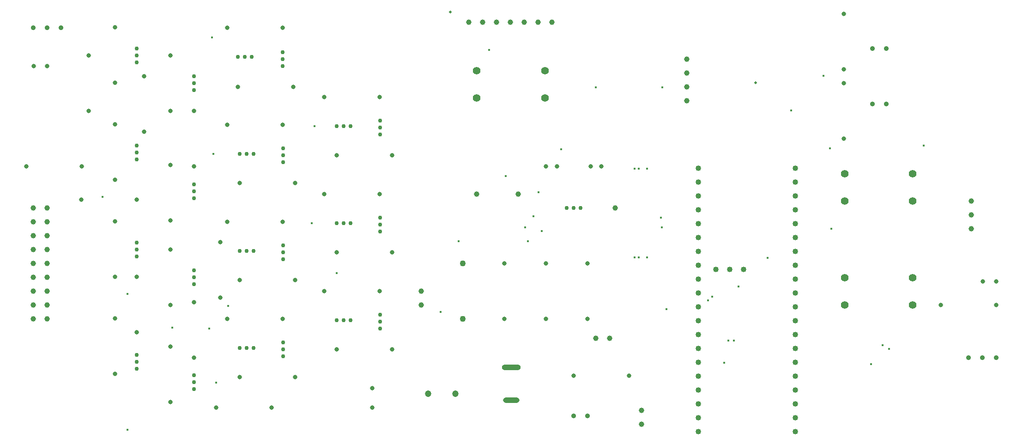
<source format=gbr>
%TF.GenerationSoftware,KiCad,Pcbnew,7.0.2*%
%TF.CreationDate,2023-07-21T23:11:28-07:00*%
%TF.ProjectId,Score-Board,53636f72-652d-4426-9f61-72642e6b6963,1*%
%TF.SameCoordinates,Original*%
%TF.FileFunction,Plated,1,2,PTH,Mixed*%
%TF.FilePolarity,Positive*%
%FSLAX46Y46*%
G04 Gerber Fmt 4.6, Leading zero omitted, Abs format (unit mm)*
G04 Created by KiCad (PCBNEW 7.0.2) date 2023-07-21 23:11:28*
%MOMM*%
%LPD*%
G01*
G04 APERTURE LIST*
%TA.AperFunction,ViaDrill*%
%ADD10C,0.381000*%
%TD*%
%TA.AperFunction,ViaDrill*%
%ADD11C,0.508000*%
%TD*%
%TA.AperFunction,ComponentDrill*%
%ADD12C,0.750000*%
%TD*%
%TA.AperFunction,ComponentDrill*%
%ADD13C,0.800000*%
%TD*%
%TA.AperFunction,ComponentDrill*%
%ADD14C,0.900000*%
%TD*%
%TA.AperFunction,ComponentDrill*%
%ADD15C,1.000000*%
%TD*%
G04 aperture for slot hole*
%TA.AperFunction,ComponentDrill*%
%ADD16O,3.500000X1.000000*%
%TD*%
G04 aperture for slot hole*
%TA.AperFunction,ComponentDrill*%
%ADD17O,3.000000X1.000000*%
%TD*%
%TA.AperFunction,ComponentDrill*%
%ADD18C,1.020000*%
%TD*%
%TA.AperFunction,ComponentDrill*%
%ADD19C,1.100000*%
%TD*%
%TA.AperFunction,ComponentDrill*%
%ADD20C,1.200000*%
%TD*%
%TA.AperFunction,ComponentDrill*%
%ADD21C,1.400000*%
%TD*%
G04 APERTURE END LIST*
D10*
X57060000Y-78018000D03*
X61632000Y-95798000D03*
X61632000Y-120690000D03*
X69792284Y-101958000D03*
X76618000Y-102148000D03*
X77126000Y-48808000D03*
X77380000Y-70144000D03*
X77888000Y-112054000D03*
X80047000Y-97957000D03*
X95414000Y-82844000D03*
X95922000Y-65064000D03*
X99986000Y-91988000D03*
X119036000Y-99100000D03*
X122338000Y-86146000D03*
X127926000Y-51094000D03*
X130974000Y-74208000D03*
X134530000Y-83606000D03*
X135038000Y-86146000D03*
X136054000Y-81574000D03*
X136943000Y-77129000D03*
X137578000Y-84291800D03*
X141134000Y-69255000D03*
X147484000Y-57952000D03*
X154596000Y-72811000D03*
X154596000Y-89067000D03*
X155358000Y-72811000D03*
X155358000Y-89067000D03*
X156882000Y-72811000D03*
X156882000Y-89067000D03*
X159422000Y-81828000D03*
X159549000Y-83606000D03*
X159676000Y-57952000D03*
X160438000Y-98592000D03*
X168058000Y-96941000D03*
X168820000Y-96306000D03*
X170979000Y-108371000D03*
X171741000Y-104307000D03*
X172793000Y-104343000D03*
X173646000Y-94401000D03*
X178980000Y-89194000D03*
X183298000Y-62162501D03*
X189203500Y-55856500D03*
X190410000Y-69128000D03*
X190601000Y-83860000D03*
X197890000Y-108625000D03*
X200062000Y-105196000D03*
X201190001Y-105831000D03*
X207555000Y-68620000D03*
D11*
X120814000Y-44109000D03*
X176713500Y-57082500D03*
D12*
%TO.C,Q15*%
X63304000Y-50847000D03*
X63304000Y-52117000D03*
X63304000Y-53387000D03*
%TO.C,Q17*%
X63304000Y-68627000D03*
X63304000Y-69897000D03*
X63304000Y-71167000D03*
%TO.C,Q19*%
X63304000Y-86407000D03*
X63304000Y-87677000D03*
X63304000Y-88947000D03*
%TO.C,Q21*%
X63304000Y-106974000D03*
X63304000Y-108244000D03*
X63304000Y-109514000D03*
%TO.C,Q16*%
X73824000Y-55920000D03*
X73824000Y-57190000D03*
X73824000Y-58460000D03*
%TO.C,Q18*%
X73824000Y-75732000D03*
X73824000Y-77002000D03*
X73824000Y-78272000D03*
%TO.C,Q20*%
X73824000Y-91480000D03*
X73824000Y-92750000D03*
X73824000Y-94020000D03*
%TO.C,Q22*%
X73824000Y-110657000D03*
X73824000Y-111927000D03*
X73824000Y-113197000D03*
%TO.C,Q8*%
X81825000Y-52385000D03*
%TO.C,Q10*%
X82206000Y-70158000D03*
%TO.C,Q12*%
X82206000Y-87938000D03*
%TO.C,Q14*%
X82206000Y-105718000D03*
%TO.C,Q8*%
X83095000Y-52385000D03*
%TO.C,Q10*%
X83476000Y-70158000D03*
%TO.C,Q12*%
X83476000Y-87938000D03*
%TO.C,Q14*%
X83476000Y-105718000D03*
%TO.C,Q8*%
X84365000Y-52385000D03*
%TO.C,Q10*%
X84746000Y-70158000D03*
%TO.C,Q12*%
X84746000Y-87938000D03*
%TO.C,Q14*%
X84746000Y-105718000D03*
%TO.C,Q1*%
X90080000Y-51475000D03*
X90080000Y-52745000D03*
X90080000Y-54015000D03*
%TO.C,Q3*%
X90101000Y-69128000D03*
X90101000Y-70398000D03*
X90101000Y-71668000D03*
%TO.C,Q5*%
X90101000Y-86908000D03*
X90101000Y-88178000D03*
X90101000Y-89448000D03*
%TO.C,Q7*%
X90101000Y-104688000D03*
X90101000Y-105958000D03*
X90101000Y-107228000D03*
%TO.C,Q9*%
X99986000Y-65078000D03*
%TO.C,Q11*%
X99986000Y-82858000D03*
%TO.C,Q13*%
X99986000Y-100638000D03*
%TO.C,Q9*%
X101256000Y-65078000D03*
%TO.C,Q11*%
X101256000Y-82858000D03*
%TO.C,Q13*%
X101256000Y-100638000D03*
%TO.C,Q9*%
X102526000Y-65078000D03*
%TO.C,Q11*%
X102526000Y-82858000D03*
%TO.C,Q13*%
X102526000Y-100638000D03*
%TO.C,Q2*%
X107881000Y-64048000D03*
X107881000Y-65318000D03*
X107881000Y-66588000D03*
%TO.C,Q4*%
X107881000Y-81828000D03*
X107881000Y-83098000D03*
X107881000Y-84368000D03*
%TO.C,Q6*%
X107881000Y-99608000D03*
X107881000Y-100878000D03*
X107881000Y-102148000D03*
%TO.C,U5*%
X142150000Y-80050000D03*
X143420000Y-80050000D03*
X144690000Y-80050000D03*
D13*
%TO.C,R22*%
X43090000Y-72430000D03*
%TO.C,C5*%
X44400000Y-54015000D03*
X46900000Y-54015000D03*
%TO.C,R23*%
X53123000Y-78526000D03*
%TO.C,R22*%
X53250000Y-72430000D03*
%TO.C,R2*%
X54520000Y-52110000D03*
X54520000Y-62270000D03*
%TO.C,R20*%
X59346000Y-46910000D03*
X59346000Y-57070000D03*
%TO.C,R34*%
X59346000Y-64690000D03*
X59346000Y-74850000D03*
%TO.C,R40*%
X59346000Y-82470000D03*
X59346000Y-92630000D03*
%TO.C,R42*%
X59346000Y-100250000D03*
X59346000Y-110410000D03*
%TO.C,R23*%
X63283000Y-78526000D03*
%TO.C,R25*%
X63283000Y-92623000D03*
X63283000Y-102783000D03*
%TO.C,R21*%
X64680000Y-55920000D03*
X64680000Y-66080000D03*
%TO.C,R33*%
X69506000Y-52110000D03*
X69506000Y-62270000D03*
%TO.C,R39*%
X69506000Y-72176000D03*
X69506000Y-82336000D03*
%TO.C,R41*%
X69506000Y-87670000D03*
X69506000Y-97830000D03*
%TO.C,R43*%
X69506000Y-105450000D03*
X69506000Y-115610000D03*
%TO.C,R24*%
X73824000Y-62270000D03*
X73824000Y-72430000D03*
%TO.C,R28*%
X73824000Y-97322000D03*
X73824000Y-107482000D03*
%TO.C,R27*%
X77888000Y-116626000D03*
%TO.C,R26*%
X78650000Y-86273000D03*
X78650000Y-96433000D03*
%TO.C,R7*%
X79920000Y-47030000D03*
%TO.C,R11*%
X79920000Y-64810000D03*
%TO.C,R15*%
X79920000Y-82590000D03*
%TO.C,R19*%
X79920000Y-100370000D03*
%TO.C,R6*%
X81825000Y-57825000D03*
%TO.C,R10*%
X82206000Y-75478000D03*
%TO.C,R14*%
X82206000Y-93258000D03*
%TO.C,R18*%
X82206000Y-111038000D03*
%TO.C,R27*%
X88048000Y-116626000D03*
%TO.C,R7*%
X90080000Y-47030000D03*
%TO.C,R11*%
X90080000Y-64810000D03*
%TO.C,R15*%
X90080000Y-82590000D03*
%TO.C,R19*%
X90080000Y-100370000D03*
%TO.C,R6*%
X91985000Y-57825000D03*
%TO.C,R10*%
X92366000Y-75478000D03*
%TO.C,R14*%
X92366000Y-93258000D03*
%TO.C,R18*%
X92366000Y-111038000D03*
%TO.C,R9*%
X97700000Y-59730000D03*
%TO.C,R13*%
X97700000Y-77510000D03*
%TO.C,R17*%
X97700000Y-95290000D03*
%TO.C,R8*%
X99986000Y-70398000D03*
%TO.C,R12*%
X99986000Y-88178000D03*
%TO.C,R16*%
X99986000Y-105958000D03*
%TO.C,C1*%
X106500000Y-113070000D03*
X106500000Y-116570000D03*
%TO.C,R9*%
X107860000Y-59730000D03*
%TO.C,R13*%
X107860000Y-77510000D03*
%TO.C,R17*%
X107860000Y-95290000D03*
%TO.C,R8*%
X110146000Y-70398000D03*
%TO.C,R12*%
X110146000Y-88178000D03*
%TO.C,R16*%
X110146000Y-105958000D03*
%TO.C,D3*%
X130720000Y-90210000D03*
X130720000Y-100370000D03*
%TO.C,C2*%
X138340000Y-72430000D03*
%TO.C,D2*%
X138340000Y-90210000D03*
X138340000Y-100370000D03*
%TO.C,C2*%
X140340000Y-72430000D03*
%TO.C,R5*%
X143420000Y-110784000D03*
%TO.C,D4*%
X145960000Y-90210000D03*
X145960000Y-100370000D03*
%TO.C,C3*%
X146500000Y-72430000D03*
X148500000Y-72430000D03*
%TO.C,R5*%
X153580000Y-110784000D03*
%TO.C,R3*%
X192950000Y-44490000D03*
X192950000Y-54650000D03*
%TO.C,R4*%
X192950000Y-57190000D03*
X192950000Y-67350000D03*
%TO.C,R1*%
X210730000Y-97830000D03*
%TO.C,C4*%
X218390000Y-93512000D03*
X220890000Y-93512000D03*
%TO.C,R1*%
X220890000Y-97830000D03*
D14*
%TO.C,IR2*%
X44360000Y-47030000D03*
X46900000Y-47030000D03*
X49440000Y-47030000D03*
%TO.C,LED1*%
X143420000Y-118150000D03*
X145960000Y-118150000D03*
%TO.C,LED2*%
X198137500Y-50840000D03*
%TO.C,LED3*%
X198137500Y-61000000D03*
%TO.C,LED2*%
X200677500Y-50840000D03*
%TO.C,LED3*%
X200677500Y-61000000D03*
%TO.C,IR1*%
X215810000Y-107473000D03*
X218350000Y-107473000D03*
X220890000Y-107473000D03*
D15*
%TO.C,Conn1*%
X44360000Y-80050000D03*
X44360000Y-82590000D03*
X44360000Y-85130000D03*
X44360000Y-87670000D03*
X44360000Y-90210000D03*
X44360000Y-92750000D03*
X44360000Y-95290000D03*
X44360000Y-97830000D03*
X44360000Y-100370000D03*
X46900000Y-80050000D03*
X46900000Y-82590000D03*
X46900000Y-85130000D03*
X46900000Y-87670000D03*
X46900000Y-90210000D03*
X46900000Y-92750000D03*
X46900000Y-95290000D03*
X46900000Y-97830000D03*
X46900000Y-100370000D03*
%TO.C,J7*%
X115480000Y-95290000D03*
X115480000Y-97830000D03*
%TO.C,J3*%
X124137237Y-45984919D03*
%TO.C,BZ1*%
X125640000Y-77510000D03*
%TO.C,J3*%
X126677237Y-45984919D03*
X129217237Y-45984919D03*
X131757237Y-45984919D03*
D16*
%TO.C,J1*%
X131990000Y-109265200D03*
D17*
X131990000Y-115265200D03*
D15*
%TO.C,BZ1*%
X133240000Y-77510000D03*
%TO.C,J3*%
X134297237Y-45984919D03*
X136837237Y-45984919D03*
X139377237Y-45984919D03*
%TO.C,J6*%
X147484000Y-103926000D03*
X150024000Y-103926000D03*
%TO.C,TP1*%
X151040000Y-80050000D03*
%TO.C,J8*%
X155866000Y-117134000D03*
X155866000Y-119674000D03*
%TO.C,J5*%
X164121000Y-52755000D03*
X164121000Y-55295000D03*
X164121000Y-57835000D03*
X164121000Y-60375000D03*
%TO.C,J4*%
X216318000Y-78780000D03*
X216318000Y-81320000D03*
X216318000Y-83860000D03*
D18*
%TO.C,U1*%
X166229100Y-72756000D03*
X166229100Y-75296000D03*
X166229100Y-77836000D03*
X166229100Y-80376000D03*
X166229100Y-82916000D03*
X166229100Y-85456000D03*
X166229100Y-87996000D03*
X166229100Y-90536000D03*
X166229100Y-93076000D03*
X166229100Y-95616000D03*
X166229100Y-98156000D03*
X166229100Y-100696000D03*
X166229100Y-103236000D03*
X166229100Y-105776000D03*
X166229100Y-108316000D03*
X166229100Y-110856000D03*
X166229100Y-113396000D03*
X166229100Y-115936000D03*
X166229100Y-118476000D03*
X166229100Y-121016000D03*
X169455000Y-91286000D03*
X171995000Y-91286000D03*
X174535000Y-91286000D03*
X184009100Y-72756000D03*
X184009100Y-75296000D03*
X184009100Y-77836000D03*
X184009100Y-80376000D03*
X184009100Y-82916000D03*
X184009100Y-85456000D03*
X184009100Y-87996000D03*
X184009100Y-90536000D03*
X184009100Y-93076000D03*
X184009100Y-95616000D03*
X184009100Y-98156000D03*
X184009100Y-100696000D03*
X184009100Y-103236000D03*
X184009100Y-105776000D03*
X184009100Y-108316000D03*
X184009100Y-110856000D03*
X184009100Y-113396000D03*
X184009100Y-115936000D03*
X184009100Y-118476000D03*
X184009100Y-121016000D03*
D19*
%TO.C,D1*%
X123100000Y-90210000D03*
X123100000Y-100370000D03*
D20*
%TO.C,J2*%
X116700000Y-114040000D03*
X121700000Y-114040000D03*
D21*
%TO.C,SW3*%
X125624237Y-54914919D03*
X125624237Y-59914919D03*
X138124237Y-54914919D03*
X138124237Y-59914919D03*
%TO.C,SW2*%
X193050000Y-73740000D03*
X193050000Y-78740000D03*
%TO.C,SW1*%
X193050000Y-92790000D03*
X193050000Y-97790000D03*
%TO.C,SW2*%
X205550000Y-73740000D03*
X205550000Y-78740000D03*
%TO.C,SW1*%
X205550000Y-92790000D03*
X205550000Y-97790000D03*
M02*

</source>
